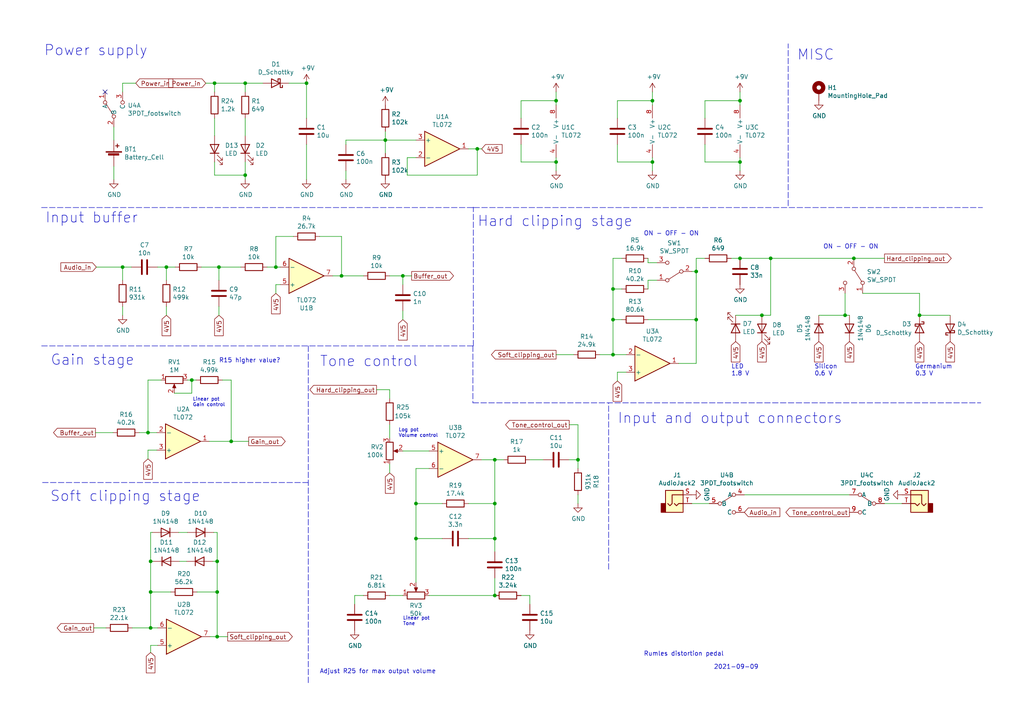
<source format=kicad_sch>
(kicad_sch (version 20211123) (generator eeschema)
  (paper "A4")
  (lib_symbols
    (symbol "Amplifier_Operational:TL072" (pin_names (offset 0.127))
      (property "Reference" "U" (at 0 5.08 0))
      (property "Value" "TL072" (at 0 -5.08 0))
      (symbol "TL072_1_1"
        (polyline (pts (xy -5.08 5.08) (xy 5.08 0) (xy -5.08 -5.08) (xy -5.08 5.08)) (stroke (width 0.254)) (fill (type background)))
        (pin output line (at 7.62 0 180) (length 2.54) (name "~") (number "1"))
        (pin input line (at -7.62 -2.54 0) (length 2.54) (name "-") (number "2"))
        (pin input line (at -7.62 2.54 0) (length 2.54) (name "+") (number "3"))
      )
      (symbol "TL072_2_1"
        (polyline (pts (xy -5.08 5.08) (xy 5.08 0) (xy -5.08 -5.08) (xy -5.08 5.08)) (stroke (width 0.254)) (fill (type background)))
        (pin input line (at -7.62 2.54 0) (length 2.54) (name "+") (number "5"))
        (pin input line (at -7.62 -2.54 0) (length 2.54) (name "-") (number "6"))
        (pin output line (at 7.62 0 180) (length 2.54) (name "~") (number "7"))
      )
      (symbol "TL072_3_1"
        (pin power_in line (at -2.54 -7.62 90) (length 3.81) (name "V-") (number "4"))
        (pin power_in line (at -2.54 7.62 270) (length 3.81) (name "V+") (number "8"))
      )
    )
    (symbol "Connector:AudioJack2"
      (property "Reference" "J" (at 0 8.89 0))
      (property "Value" "AudioJack2" (at 0 6.35 0))
      (symbol "AudioJack2_0_1"
        (rectangle (start -3.81 0) (end -2.54 -2.54) (stroke (width 0.254)) (fill (type outline)))
        (rectangle (start -2.54 3.81) (end 2.54 -2.54) (stroke (width 0.254)) (fill (type background)))
        (polyline (pts (xy 0 0) (xy 0.635 -0.635) (xy 1.27 0) (xy 2.54 0)) (stroke (width 0.254)))
        (polyline (pts (xy 2.54 2.54) (xy -0.635 2.54) (xy -0.635 0) (xy -1.27 -0.635) (xy -1.905 0)) (stroke (width 0.254)))
      )
      (symbol "AudioJack2_1_1"
        (pin passive line (at 5.08 2.54 180) (length 2.54) (name "~") (number "S"))
        (pin passive line (at 5.08 0 180) (length 2.54) (name "~") (number "T"))
      )
    )
    (symbol "Device:Battery_Cell" (pin_numbers hide) (pin_names (offset 0) hide)
      (property "Reference" "BT" (at 2.54 2.54 0))
      (property "Value" "Battery_Cell" (at 2.54 0 0))
      (symbol "Battery_Cell_0_1"
        (rectangle (start -2.286 1.778) (end 2.286 1.524) (fill (type outline)))
        (rectangle (start -1.5748 1.1938) (end 1.4732 0.6858) (fill (type outline)))
        (polyline (pts (xy 0 0.762) (xy 0 0)))
        (polyline (pts (xy 0 1.778) (xy 0 2.54)))
        (polyline (pts (xy 0.508 3.429) (xy 1.524 3.429)) (stroke (width 0.254)))
        (polyline (pts (xy 1.016 3.937) (xy 1.016 2.921)) (stroke (width 0.254)))
      )
      (symbol "Battery_Cell_1_1"
        (pin passive line (at 0 5.08 270) (length 2.54) (name "+") (number "1"))
        (pin passive line (at 0 -2.54 90) (length 2.54) (name "-") (number "2"))
      )
    )
    (symbol "Device:C" (pin_numbers hide) (pin_names (offset 0.254))
      (property "Reference" "C" (at 0.635 2.54 0))
      (property "Value" "C" (at 0.635 -2.54 0))
      (symbol "C_0_1"
        (polyline (pts (xy -2.032 -0.762) (xy 2.032 -0.762)) (stroke (width 0.508)))
        (polyline (pts (xy -2.032 0.762) (xy 2.032 0.762)) (stroke (width 0.508)))
      )
      (symbol "C_1_1"
        (pin passive line (at 0 3.81 270) (length 2.794) (name "~") (number "1"))
        (pin passive line (at 0 -3.81 90) (length 2.794) (name "~") (number "2"))
      )
    )
    (symbol "Device:D_Schottky" (pin_numbers hide) (pin_names (offset 1.016) hide)
      (property "Reference" "D" (at 0 2.54 0))
      (property "Value" "D_Schottky" (at 0 -2.54 0))
      (symbol "D_Schottky_0_1"
        (polyline (pts (xy 1.27 0) (xy -1.27 0)))
        (polyline (pts (xy 1.27 1.27) (xy 1.27 -1.27) (xy -1.27 0) (xy 1.27 1.27)) (stroke (width 0.254)))
        (polyline (pts (xy -1.905 0.635) (xy -1.905 1.27) (xy -1.27 1.27) (xy -1.27 -1.27) (xy -0.635 -1.27) (xy -0.635 -0.635)) (stroke (width 0.254)))
      )
      (symbol "D_Schottky_1_1"
        (pin passive line (at -3.81 0 0) (length 2.54) (name "K") (number "1"))
        (pin passive line (at 3.81 0 180) (length 2.54) (name "A") (number "2"))
      )
    )
    (symbol "Device:LED" (pin_numbers hide) (pin_names (offset 1.016) hide)
      (property "Reference" "D" (at 0 2.54 0))
      (property "Value" "LED" (at 0 -2.54 0))
      (symbol "LED_0_1"
        (polyline (pts (xy -1.27 -1.27) (xy -1.27 1.27)) (stroke (width 0.254)))
        (polyline (pts (xy -1.27 0) (xy 1.27 0)))
        (polyline (pts (xy 1.27 -1.27) (xy 1.27 1.27) (xy -1.27 0) (xy 1.27 -1.27)) (stroke (width 0.254)))
        (polyline (pts (xy -3.048 -0.762) (xy -4.572 -2.286) (xy -3.81 -2.286) (xy -4.572 -2.286) (xy -4.572 -1.524)))
        (polyline (pts (xy -1.778 -0.762) (xy -3.302 -2.286) (xy -2.54 -2.286) (xy -3.302 -2.286) (xy -3.302 -1.524)))
      )
      (symbol "LED_1_1"
        (pin passive line (at -3.81 0 0) (length 2.54) (name "K") (number "1"))
        (pin passive line (at 3.81 0 180) (length 2.54) (name "A") (number "2"))
      )
    )
    (symbol "Device:R" (pin_numbers hide) (pin_names (offset 0))
      (property "Reference" "R" (at 2.032 0 90))
      (property "Value" "R" (at 0 0 90))
      (symbol "R_0_1"
        (rectangle (start -1.016 -2.54) (end 1.016 2.54) (stroke (width 0.254)))
      )
      (symbol "R_1_1"
        (pin passive line (at 0 3.81 270) (length 1.27) (name "~") (number "1"))
        (pin passive line (at 0 -3.81 90) (length 1.27) (name "~") (number "2"))
      )
    )
    (symbol "Diode:1N4148" (pin_numbers hide) (pin_names (offset 1.016) hide)
      (property "Reference" "D" (at 0 2.54 0))
      (property "Value" "1N4148" (at 0 -2.54 0))
      (symbol "1N4148_0_1"
        (polyline (pts (xy -1.27 1.27) (xy -1.27 -1.27)) (stroke (width 0.254)))
        (polyline (pts (xy 1.27 0) (xy -1.27 0)))
        (polyline (pts (xy 1.27 1.27) (xy 1.27 -1.27) (xy -1.27 0) (xy 1.27 1.27)) (stroke (width 0.254)))
      )
      (symbol "1N4148_1_1"
        (pin passive line (at -3.81 0 0) (length 2.54) (name "K") (number "1"))
        (pin passive line (at 3.81 0 180) (length 2.54) (name "A") (number "2"))
      )
    )
    (symbol "Guitarpedal-rescue:3PDT_footswitch-Switch" (pin_names (offset 1.016))
      (property "Reference" "U" (at 0 0 0))
      (property "Value" "3PDT_footswitch-Switch" (at 0 2.54 0))
      (symbol "3PDT_footswitch-Switch_1_1"
        (circle (center -2.032 -6.35) (radius 0.508))
        (polyline (pts (xy -1.524 -6.096) (xy 1.651 -4.064)))
        (circle (center 2.032 -8.89) (radius 0.508))
        (circle (center 2.032 -3.81) (radius 0.508))
        (pin passive line (at 5.08 -3.81 180) (length 2.54) (name "A") (number "1"))
        (pin passive line (at -5.08 -6.35 0) (length 2.54) (name "B") (number "2"))
        (pin passive line (at 5.08 -8.89 180) (length 2.54) (name "C") (number "3"))
      )
      (symbol "3PDT_footswitch-Switch_2_1"
        (circle (center -2.032 -5.08) (radius 0.508))
        (polyline (pts (xy -1.524 -4.826) (xy 1.651 -2.794)))
        (circle (center 2.032 -7.62) (radius 0.508))
        (circle (center 2.032 -2.54) (radius 0.508))
        (pin passive line (at 5.08 -2.54 180) (length 2.54) (name "A") (number "4"))
        (pin passive line (at -5.08 -5.08 0) (length 2.54) (name "B") (number "5"))
        (pin passive line (at 5.08 -7.62 180) (length 2.54) (name "C") (number "6"))
      )
      (symbol "3PDT_footswitch-Switch_3_1"
        (circle (center -2.032 -5.08) (radius 0.508))
        (polyline (pts (xy -1.524 -4.826) (xy 1.651 -2.794)))
        (circle (center 2.032 -7.62) (radius 0.508))
        (circle (center 2.032 -2.54) (radius 0.508))
        (pin passive line (at 5.08 -2.54 180) (length 2.54) (name "A") (number "7"))
        (pin passive line (at -5.08 -5.08 0) (length 2.54) (name "B") (number "8"))
        (pin passive line (at 5.08 -7.62 180) (length 2.54) (name "C") (number "9"))
      )
    )
    (symbol "Guitarpedal-rescue:R_POT-Device" (pin_names (offset 1.016) hide)
      (property "Reference" "RV" (at -4.445 0 90))
      (property "Value" "R_POT-Device" (at -2.54 0 90))
      (symbol "R_POT-Device_0_1"
        (polyline (pts (xy 2.54 0) (xy 1.524 0)))
        (polyline (pts (xy 1.143 0) (xy 2.286 0.508) (xy 2.286 -0.508) (xy 1.143 0)) (fill (type outline)))
        (rectangle (start 1.016 2.54) (end -1.016 -2.54) (stroke (width 0.254)))
      )
      (symbol "R_POT-Device_1_1"
        (pin passive line (at 0 3.81 270) (length 1.27) (name "1") (number "1"))
        (pin passive line (at 3.81 0 180) (length 1.27) (name "2") (number "2"))
        (pin passive line (at 0 -3.81 90) (length 1.27) (name "3") (number "3"))
      )
    )
    (symbol "Mechanical:MountingHole_Pad" (pin_numbers hide) (pin_names (offset 1.016) hide)
      (property "Reference" "H" (at 0 6.35 0))
      (property "Value" "MountingHole_Pad" (at 0 4.445 0))
      (symbol "MountingHole_Pad_0_1"
        (circle (center 0 1.27) (radius 1.27) (stroke (width 1.27)))
      )
      (symbol "MountingHole_Pad_1_1"
        (pin input line (at 0 -2.54 90) (length 2.54) (name "1") (number "1"))
      )
    )
    (symbol "Switch:SW_SPDT" (pin_names (offset 0) hide)
      (property "Reference" "SW" (at 0 4.318 0))
      (property "Value" "SW_SPDT" (at 0 -5.08 0))
      (symbol "SW_SPDT_0_0"
        (circle (center -2.032 0) (radius 0.508))
        (circle (center 2.032 -2.54) (radius 0.508))
      )
      (symbol "SW_SPDT_0_1"
        (polyline (pts (xy -1.524 0.254) (xy 1.651 2.286)))
        (circle (center 2.032 2.54) (radius 0.508))
      )
      (symbol "SW_SPDT_1_1"
        (pin passive line (at 5.08 2.54 180) (length 2.54) (name "A") (number "1"))
        (pin passive line (at -5.08 0 0) (length 2.54) (name "B") (number "2"))
        (pin passive line (at 5.08 -2.54 180) (length 2.54) (name "C") (number "3"))
      )
    )
    (symbol "power:+9V" (power) (pin_names (offset 0))
      (property "Value" "+9V" (at 0 3.556 0))
      (symbol "+9V_0_1"
        (polyline (pts (xy -0.762 1.27) (xy 0 2.54)))
        (polyline (pts (xy 0 0) (xy 0 2.54)))
        (polyline (pts (xy 0 2.54) (xy 0.762 1.27)))
      )
      (symbol "+9V_1_1"
        (pin power_in line (at 0 0 90) (length 0) hide (name "+9V") (number "1"))
      )
    )
    (symbol "power:GND" (power) (pin_names (offset 0))
      (property "Value" "GND" (at 0 -3.81 0))
      (symbol "GND_0_1"
        (polyline (pts (xy 0 0) (xy 0 -1.27) (xy 1.27 -1.27) (xy 0 -2.54) (xy -1.27 -1.27) (xy 0 -1.27)))
      )
      (symbol "GND_1_1"
        (pin power_in line (at 0 0 270) (length 0) hide (name "GND") (number "1"))
      )
    )
  )
  (junction (at 120.65 156.21))
  (junction (at 143.51 172.72))
  (junction (at 247.65 74.93))
  (junction (at 201.93 78.74))
  (junction (at 80.01 77.47))
  (junction (at 62.992 171.704))
  (junction (at 116.84 80.01))
  (junction (at 223.52 74.93))
  (junction (at 143.51 156.21))
  (junction (at 43.688 171.704))
  (junction (at 71.12 24.13))
  (junction (at 143.51 133.35))
  (junction (at 189.23 46.99))
  (junction (at 214.63 46.99))
  (junction (at 67.056 128.016))
  (junction (at 201.93 92.71))
  (junction (at 43.688 162.814))
  (junction (at 120.65 146.05))
  (junction (at 111.76 40.64))
  (junction (at 143.51 146.05))
  (junction (at 43.688 182.118))
  (junction (at 220.98 91.44))
  (junction (at 42.926 125.476))
  (junction (at 177.8 83.82))
  (junction (at 55.626 110.236))
  (junction (at 62.992 184.658))
  (junction (at 88.9 24.13))
  (junction (at 161.29 46.99))
  (junction (at 138.43 43.18))
  (junction (at 245.11 91.44))
  (junction (at 63.5 77.47))
  (junction (at 189.23 29.21))
  (junction (at 35.56 77.47))
  (junction (at 48.26 77.47))
  (junction (at 62.23 24.13))
  (junction (at 177.8 92.71))
  (junction (at 161.29 29.21))
  (junction (at 99.06 80.01))
  (junction (at 167.64 133.35))
  (junction (at 214.63 29.21))
  (junction (at 266.7 91.44))
  (junction (at 71.12 50.8))
  (junction (at 214.63 74.93))
  (junction (at 177.8 102.87))
  (junction (at 62.992 162.814))
  (no_connect (at 30.48 26.67))
  (wire (pts (xy 190.5 76.2) (xy 187.96 76.2)))
  (wire (pts (xy 56.896 110.236) (xy 55.626 110.236)))
  (wire (pts (xy 77.47 77.47) (xy 80.01 77.47)))
  (polyline (pts (xy 12.319 139.954) (xy 89.408 139.954)))
  (wire (pts (xy 201.93 92.71) (xy 201.93 105.41)))
  (wire (pts (xy 113.03 137.16) (xy 113.03 134.62)))
  (wire (pts (xy 143.51 146.05) (xy 143.51 133.35)))
  (wire (pts (xy 59.69 24.13) (xy 62.23 24.13)))
  (wire (pts (xy 100.33 40.64) (xy 111.76 40.64)))
  (wire (pts (xy 128.27 156.21) (xy 120.65 156.21)))
  (wire (pts (xy 118.11 45.72) (xy 118.11 50.8)))
  (wire (pts (xy 99.06 80.01) (xy 99.06 68.58)))
  (polyline (pts (xy 137.16 60.198) (xy 11.938 60.198)))
  (wire (pts (xy 80.01 82.55) (xy 80.01 85.09)))
  (wire (pts (xy 67.056 110.236) (xy 64.516 110.236)))
  (wire (pts (xy 143.51 156.21) (xy 143.51 146.05)))
  (wire (pts (xy 58.42 77.47) (xy 63.5 77.47)))
  (wire (pts (xy 189.23 30.48) (xy 189.23 29.21)))
  (wire (pts (xy 180.34 83.82) (xy 177.8 83.82)))
  (wire (pts (xy 120.65 168.91) (xy 120.65 156.21)))
  (wire (pts (xy 223.52 74.93) (xy 247.65 74.93)))
  (wire (pts (xy 100.33 52.07) (xy 100.33 49.53)))
  (wire (pts (xy 143.51 133.35) (xy 146.05 133.35)))
  (wire (pts (xy 67.056 128.016) (xy 67.056 110.236)))
  (wire (pts (xy 181.61 102.87) (xy 177.8 102.87)))
  (wire (pts (xy 62.992 154.432) (xy 61.976 154.432)))
  (wire (pts (xy 45.72 77.47) (xy 48.26 77.47)))
  (wire (pts (xy 124.46 130.81) (xy 116.84 130.81)))
  (wire (pts (xy 153.67 133.35) (xy 157.48 133.35)))
  (wire (pts (xy 43.688 154.432) (xy 44.196 154.432)))
  (wire (pts (xy 71.12 26.67) (xy 71.12 24.13)))
  (wire (pts (xy 48.26 81.28) (xy 48.26 77.47)))
  (wire (pts (xy 161.29 46.99) (xy 161.29 45.72)))
  (polyline (pts (xy 137.16 100.33) (xy 137.16 116.84)))
  (wire (pts (xy 151.13 29.21) (xy 151.13 34.29)))
  (wire (pts (xy 201.93 78.74) (xy 201.93 92.71)))
  (wire (pts (xy 85.09 68.58) (xy 80.01 68.58)))
  (wire (pts (xy 153.67 172.72) (xy 151.13 172.72)))
  (wire (pts (xy 99.06 80.01) (xy 105.41 80.01)))
  (wire (pts (xy 151.13 46.99) (xy 151.13 41.91)))
  (wire (pts (xy 135.89 146.05) (xy 143.51 146.05)))
  (wire (pts (xy 113.03 127) (xy 113.03 123.19)))
  (wire (pts (xy 88.9 24.13) (xy 83.82 24.13)))
  (wire (pts (xy 80.01 77.47) (xy 81.28 77.47)))
  (wire (pts (xy 42.926 130.556) (xy 45.466 130.556)))
  (wire (pts (xy 43.688 182.118) (xy 43.688 171.704)))
  (wire (pts (xy 45.466 125.476) (xy 42.926 125.476)))
  (wire (pts (xy 245.11 91.44) (xy 246.38 91.44)))
  (wire (pts (xy 42.926 125.476) (xy 40.386 125.476)))
  (wire (pts (xy 43.688 182.118) (xy 38.354 182.118)))
  (wire (pts (xy 111.76 40.64) (xy 120.65 40.64)))
  (wire (pts (xy 214.63 30.48) (xy 214.63 29.21)))
  (wire (pts (xy 52.07 162.814) (xy 54.102 162.814)))
  (wire (pts (xy 247.65 74.93) (xy 256.54 74.93)))
  (wire (pts (xy 35.56 77.47) (xy 38.1 77.47)))
  (wire (pts (xy 62.23 50.8) (xy 62.23 46.99)))
  (wire (pts (xy 167.64 146.05) (xy 167.64 143.51)))
  (wire (pts (xy 33.02 40.64) (xy 33.02 36.83)))
  (wire (pts (xy 113.03 113.03) (xy 113.03 115.57)))
  (wire (pts (xy 88.9 52.07) (xy 88.9 41.91)))
  (wire (pts (xy 35.56 81.28) (xy 35.56 77.47)))
  (wire (pts (xy 55.626 110.236) (xy 54.356 110.236)))
  (wire (pts (xy 124.46 135.89) (xy 120.65 135.89)))
  (wire (pts (xy 63.5 91.44) (xy 63.5 88.9)))
  (wire (pts (xy 143.51 172.72) (xy 124.46 172.72)))
  (wire (pts (xy 99.06 68.58) (xy 92.71 68.58)))
  (wire (pts (xy 177.8 83.82) (xy 177.8 92.71)))
  (wire (pts (xy 189.23 29.21) (xy 189.23 26.67)))
  (wire (pts (xy 102.87 172.72) (xy 105.41 172.72)))
  (wire (pts (xy 143.51 133.35) (xy 139.7 133.35)))
  (wire (pts (xy 51.816 154.432) (xy 54.356 154.432)))
  (wire (pts (xy 266.7 91.44) (xy 266.7 85.09)))
  (wire (pts (xy 66.04 184.658) (xy 62.992 184.658)))
  (wire (pts (xy 116.84 80.01) (xy 113.03 80.01)))
  (wire (pts (xy 214.63 29.21) (xy 204.47 29.21)))
  (wire (pts (xy 189.23 46.99) (xy 179.07 46.99)))
  (wire (pts (xy 62.23 50.8) (xy 71.12 50.8)))
  (wire (pts (xy 237.49 91.44) (xy 245.11 91.44)))
  (wire (pts (xy 139.7 43.18) (xy 138.43 43.18)))
  (wire (pts (xy 42.926 133.096) (xy 42.926 130.556)))
  (wire (pts (xy 43.688 154.432) (xy 43.688 162.814)))
  (wire (pts (xy 167.64 133.35) (xy 167.64 123.19)))
  (wire (pts (xy 213.36 91.44) (xy 220.98 91.44)))
  (polyline (pts (xy 176.53 165.1) (xy 176.53 116.84)))
  (wire (pts (xy 120.65 45.72) (xy 118.11 45.72)))
  (wire (pts (xy 46.736 110.236) (xy 42.926 110.236)))
  (wire (pts (xy 32.766 125.476) (xy 27.686 125.476)))
  (wire (pts (xy 63.5 77.47) (xy 69.85 77.47)))
  (wire (pts (xy 220.98 91.44) (xy 223.52 91.44)))
  (wire (pts (xy 39.37 24.13) (xy 35.56 24.13)))
  (polyline (pts (xy 89.408 100.33) (xy 89.408 198.12)))
  (wire (pts (xy 48.26 91.44) (xy 48.26 88.9)))
  (wire (pts (xy 214.63 74.93) (xy 223.52 74.93)))
  (wire (pts (xy 246.38 143.51) (xy 215.9 143.51)))
  (polyline (pts (xy 228.6 59.69) (xy 228.6 12.7)))
  (wire (pts (xy 161.29 46.99) (xy 151.13 46.99)))
  (wire (pts (xy 177.8 102.87) (xy 173.99 102.87)))
  (wire (pts (xy 135.89 43.18) (xy 138.43 43.18)))
  (wire (pts (xy 187.96 92.71) (xy 201.93 92.71)))
  (wire (pts (xy 111.76 38.1) (xy 111.76 40.64)))
  (wire (pts (xy 187.96 81.28) (xy 187.96 83.82)))
  (wire (pts (xy 204.47 46.99) (xy 204.47 41.91)))
  (wire (pts (xy 62.992 171.704) (xy 62.992 184.658)))
  (wire (pts (xy 167.64 123.19) (xy 165.1 123.19)))
  (wire (pts (xy 245.11 91.44) (xy 245.11 85.09)))
  (wire (pts (xy 60.706 128.016) (xy 67.056 128.016)))
  (wire (pts (xy 43.688 187.198) (xy 45.72 187.198)))
  (wire (pts (xy 177.8 92.71) (xy 177.8 102.87)))
  (wire (pts (xy 62.23 26.67) (xy 62.23 24.13)))
  (wire (pts (xy 43.688 182.118) (xy 45.72 182.118)))
  (wire (pts (xy 143.51 167.64) (xy 143.51 172.72)))
  (wire (pts (xy 100.33 40.64) (xy 100.33 41.91)))
  (wire (pts (xy 43.688 162.814) (xy 43.688 171.704)))
  (wire (pts (xy 205.74 146.05) (xy 200.66 146.05)))
  (wire (pts (xy 120.65 146.05) (xy 128.27 146.05)))
  (wire (pts (xy 96.52 80.01) (xy 99.06 80.01)))
  (wire (pts (xy 71.12 52.07) (xy 71.12 50.8)))
  (wire (pts (xy 71.12 50.8) (xy 71.12 46.99)))
  (wire (pts (xy 166.37 102.87) (xy 161.29 102.87)))
  (wire (pts (xy 189.23 49.53) (xy 189.23 46.99)))
  (wire (pts (xy 35.56 88.9) (xy 35.56 91.44)))
  (wire (pts (xy 143.51 160.02) (xy 143.51 156.21)))
  (wire (pts (xy 201.93 105.41) (xy 196.85 105.41)))
  (wire (pts (xy 161.29 29.21) (xy 151.13 29.21)))
  (wire (pts (xy 214.63 46.99) (xy 204.47 46.99)))
  (wire (pts (xy 161.29 49.53) (xy 161.29 46.99)))
  (wire (pts (xy 71.12 34.29) (xy 71.12 39.37)))
  (wire (pts (xy 179.07 107.95) (xy 181.61 107.95)))
  (wire (pts (xy 62.992 184.658) (xy 60.96 184.658)))
  (wire (pts (xy 62.23 24.13) (xy 71.12 24.13)))
  (wire (pts (xy 30.734 182.118) (xy 27.178 182.118)))
  (wire (pts (xy 119.38 80.01) (xy 116.84 80.01)))
  (polyline (pts (xy 137.287 100.33) (xy 137.287 60.071)))
  (wire (pts (xy 201.93 74.93) (xy 204.47 74.93)))
  (wire (pts (xy 153.67 175.26) (xy 153.67 172.72)))
  (wire (pts (xy 62.23 34.29) (xy 62.23 39.37)))
  (wire (pts (xy 161.29 29.21) (xy 161.29 26.67)))
  (wire (pts (xy 35.56 24.13) (xy 35.56 26.67)))
  (wire (pts (xy 111.76 44.45) (xy 111.76 40.64)))
  (wire (pts (xy 190.5 81.28) (xy 187.96 81.28)))
  (polyline (pts (xy 137.16 116.84) (xy 284.48 116.84)))
  (wire (pts (xy 214.63 46.99) (xy 214.63 45.72)))
  (wire (pts (xy 33.02 48.26) (xy 33.02 52.07)))
  (wire (pts (xy 212.09 74.93) (xy 214.63 74.93)))
  (wire (pts (xy 43.688 171.704) (xy 49.53 171.704)))
  (wire (pts (xy 200.66 78.74) (xy 201.93 78.74)))
  (wire (pts (xy 57.15 171.704) (xy 62.992 171.704)))
  (wire (pts (xy 63.5 81.28) (xy 63.5 77.47)))
  (wire (pts (xy 223.52 91.44) (xy 223.52 74.93)))
  (polyline (pts (xy 12.065 100.33) (xy 137.287 100.33)))
  (wire (pts (xy 116.84 82.55) (xy 116.84 80.01)))
  (wire (pts (xy 72.136 128.016) (xy 67.056 128.016)))
  (wire (pts (xy 179.07 110.49) (xy 179.07 107.95)))
  (wire (pts (xy 179.07 46.99) (xy 179.07 41.91)))
  (wire (pts (xy 44.45 162.814) (xy 43.688 162.814)))
  (polyline (pts (xy 137.414 60.198) (xy 284.988 60.198)))
  (wire (pts (xy 204.47 29.21) (xy 204.47 34.29)))
  (wire (pts (xy 116.84 92.71) (xy 116.84 90.17)))
  (wire (pts (xy 256.54 146.05) (xy 261.62 146.05)))
  (wire (pts (xy 189.23 46.99) (xy 189.23 45.72)))
  (wire (pts (xy 177.8 74.93) (xy 177.8 83.82)))
  (wire (pts (xy 113.03 172.72) (xy 116.84 172.72)))
  (wire (pts (xy 161.29 30.48) (xy 161.29 29.21)))
  (wire (pts (xy 50.546 114.046) (xy 55.626 114.046)))
  (wire (pts (xy 48.26 77.47) (xy 50.8 77.47)))
  (wire (pts (xy 55.626 114.046) (xy 55.626 110.236)))
  (wire (pts (xy 167.64 135.89) (xy 167.64 133.35)))
  (wire (pts (xy 102.87 175.26) (xy 102.87 172.72)))
  (wire (pts (xy 42.926 110.236) (xy 42.926 125.476)))
  (wire (pts (xy 165.1 133.35) (xy 167.64 133.35)))
  (wire (pts (xy 76.2 24.13) (xy 71.12 24.13)))
  (wire (pts (xy 88.9 24.13) (xy 88.9 34.29)))
  (wire (pts (xy 135.89 156.21) (xy 143.51 156.21)))
  (wire (pts (xy 214.63 49.53) (xy 214.63 46.99)))
  (wire (pts (xy 179.07 29.21) (xy 179.07 34.29)))
  (wire (pts (xy 266.7 85.09) (xy 250.19 85.09)))
  (wire (pts (xy 109.22 113.03) (xy 113.03 113.03)))
  (wire (pts (xy 201.93 74.93) (xy 201.93 78.74)))
  (wire (pts (xy 266.7 91.44) (xy 275.59 91.44)))
  (wire (pts (xy 118.11 50.8) (xy 138.43 50.8)))
  (wire (pts (xy 180.34 74.93) (xy 177.8 74.93)))
  (wire (pts (xy 187.96 76.2) (xy 187.96 74.93)))
  (wire (pts (xy 62.992 171.704) (xy 62.992 162.814)))
  (wire (pts (xy 138.43 43.18) (xy 138.43 50.8)))
  (wire (pts (xy 43.688 189.23) (xy 43.688 187.198)))
  (wire (pts (xy 27.94 77.47) (xy 35.56 77.47)))
  (wire (pts (xy 214.63 29.21) (xy 214.63 26.67)))
  (wire (pts (xy 120.65 156.21) (xy 120.65 146.05)))
  (wire (pts (xy 81.28 82.55) (xy 80.01 82.55)))
  (wire (pts (xy 62.992 162.814) (xy 62.992 154.432)))
  (wire (pts (xy 189.23 29.21) (xy 179.07 29.21)))
  (wire (pts (xy 80.01 68.58) (xy 80.01 77.47)))
  (wire (pts (xy 180.34 92.71) (xy 177.8 92.71)))
  (wire (pts (xy 120.65 135.89) (xy 120.65 146.05)))
  (wire (pts (xy 61.722 162.814) (xy 62.992 162.814)))
  (text "MISC" (at 231.14 17.78 0) (effects (font (size 2.9972 2.9972)) (justify left bottom)))
  (text "Input buffer" (at 13.081 65.024 0) (effects (font (size 2.9972 2.9972)) (justify left bottom)))
  (text "Log pot\nVolume control" (at 115.57 127 0) (effects (font (size 0.9906 0.9906)) (justify left bottom)))
  (text "LED\n1.8 V" (at 212.09 109.22 0) (effects (font (size 1.27 1.27)) (justify left bottom)))
  (text "Rumles distortion pedal\n" (at 186.69 190.5 0) (effects (font (size 1.27 1.27)) (justify left bottom)))
  (text "Adjust R25 for max output volume" (at 92.71 195.58 0) (effects (font (size 1.27 1.27)) (justify left bottom)))
  (text "ON - OFF - ON" (at 238.76 72.39 0) (effects (font (size 1.27 1.27)) (justify left bottom)))
  (text "Linear pot\nGain control" (at 55.88 118.11 0) (effects (font (size 0.9906 0.9906)) (justify left bottom)))
  (text "ON - OFF - ON" (at 186.69 68.58 0) (effects (font (size 1.27 1.27)) (justify left bottom)))
  (text "R15 higher value?" (at 63.5 105.41 0) (effects (font (size 1.27 1.27)) (justify left bottom)))
  (text "Linear pot\nTone" (at 116.84 181.61 0) (effects (font (size 0.9906 0.9906)) (justify left bottom)))
  (text "Germanium\n0.3 V" (at 265.43 109.22 0) (effects (font (size 1.27 1.27)) (justify left bottom)))
  (text "Soft clipping stage\n" (at 14.478 145.796 0) (effects (font (size 2.9972 2.9972)) (justify left bottom)))
  (text "Gain stage" (at 14.605 106.299 0) (effects (font (size 2.9972 2.9972)) (justify left bottom)))
  (text "Input and output connectors" (at 179.07 123.19 0) (effects (font (size 2.9972 2.9972)) (justify left bottom)))
  (text "Tone control" (at 92.71 106.68 0) (effects (font (size 2.9972 2.9972)) (justify left bottom)))
  (text "Power supply" (at 12.7 16.51 0) (effects (font (size 2.9972 2.9972)) (justify left bottom)))
  (text "2021-09-09" (at 207.01 194.31 0) (effects (font (size 1.27 1.27)) (justify left bottom)))
  (text "Hard clipping stage" (at 138.43 66.04 0) (effects (font (size 2.9972 2.9972)) (justify left bottom)))
  (text "Silicon\n0.6 V" (at 236.22 109.22 0) (effects (font (size 1.27 1.27)) (justify left bottom)))
  (global_label "4V5" (shape input) (at 220.98 99.06 270) (property "Intersheet References" "${INTERSHEET_REFS}" (effects hide)))
  (global_label "4V5" (shape input) (at 42.926 133.096 270) (property "Intersheet References" "${INTERSHEET_REFS}" (effects hide)))
  (global_label "Gain_out" (shape output) (at 27.178 182.118 180) (property "Intersheet References" "${INTERSHEET_REFS}" (effects hide)))
  (global_label "4V5" (shape input) (at 179.07 110.49 270) (property "Intersheet References" "${INTERSHEET_REFS}" (effects hide)))
  (global_label "4V5" (shape input) (at 80.01 85.09 270) (property "Intersheet References" "${INTERSHEET_REFS}" (effects hide)))
  (global_label "Tone_control_out" (shape output) (at 165.1 123.19 180) (property "Intersheet References" "${INTERSHEET_REFS}" (effects hide)))
  (global_label "Audio_in" (shape input) (at 215.9 148.59 0) (property "Intersheet References" "${INTERSHEET_REFS}" (effects hide)))
  (global_label "Soft_clipping_out" (shape output) (at 66.04 184.658 0) (property "Intersheet References" "${INTERSHEET_REFS}" (effects hide)))
  (global_label "Gain_out" (shape output) (at 72.136 128.016 0) (property "Intersheet References" "${INTERSHEET_REFS}" (effects hide)))
  (global_label "Audio_in" (shape input) (at 27.94 77.47 180) (property "Intersheet References" "${INTERSHEET_REFS}" (effects hide)))
  (global_label "Buffer_out" (shape output) (at 119.38 80.01 0) (property "Intersheet References" "${INTERSHEET_REFS}" (effects hide)))
  (global_label "4V5" (shape input) (at 266.7 99.06 270) (property "Intersheet References" "${INTERSHEET_REFS}" (effects hide)))
  (global_label "4V5" (shape input) (at 43.688 189.23 270) (property "Intersheet References" "${INTERSHEET_REFS}" (effects hide)))
  (global_label "Hard_clipping_out" (shape output) (at 109.22 113.03 180) (property "Intersheet References" "${INTERSHEET_REFS}" (effects hide)))
  (global_label "4V5" (shape input) (at 139.7 43.18 0) (property "Intersheet References" "${INTERSHEET_REFS}" (effects hide)))
  (global_label "4V5" (shape input) (at 113.03 137.16 270) (property "Intersheet References" "${INTERSHEET_REFS}" (effects hide)))
  (global_label "Buffer_out" (shape output) (at 27.686 125.476 180) (property "Intersheet References" "${INTERSHEET_REFS}" (effects hide)))
  (global_label "4V5" (shape input) (at 48.26 91.44 270) (property "Intersheet References" "${INTERSHEET_REFS}" (effects hide)))
  (global_label "4V5" (shape input) (at 116.84 92.71 270) (property "Intersheet References" "${INTERSHEET_REFS}" (effects hide)))
  (global_label "Power_in" (shape input) (at 59.69 24.13 180) (property "Intersheet References" "${INTERSHEET_REFS}" (effects hide)))
  (global_label "Power_in" (shape input) (at 39.37 24.13 0) (property "Intersheet References" "${INTERSHEET_REFS}" (effects hide)))
  (global_label "4V5" (shape input) (at 237.49 99.06 270) (property "Intersheet References" "${INTERSHEET_REFS}" (effects hide)))
  (global_label "Tone_control_out" (shape output) (at 246.38 148.59 180) (property "Intersheet References" "${INTERSHEET_REFS}" (effects hide)))
  (global_label "Soft_clipping_out" (shape output) (at 161.29 102.87 180) (property "Intersheet References" "${INTERSHEET_REFS}" (effects hide)))
  (global_label "Hard_clipping_out" (shape output) (at 256.54 74.93 0) (property "Intersheet References" "${INTERSHEET_REFS}" (effects hide)))
  (global_label "4V5" (shape input) (at 213.36 99.06 270) (property "Intersheet References" "${INTERSHEET_REFS}" (effects hide)))
  (global_label "4V5" (shape input) (at 63.5 91.44 270) (property "Intersheet References" "${INTERSHEET_REFS}" (effects hide)))
  (global_label "4V5" (shape input) (at 246.38 99.06 270) (property "Intersheet References" "${INTERSHEET_REFS}" (effects hide)))
  (global_label "4V5" (shape input) (at 275.59 99.06 270) (property "Intersheet References" "${INTERSHEET_REFS}" (effects hide)))
  (symbol (lib_id "Amplifier_Operational:TL072") (at 88.9 80.01 0) (mirror x) (unit 2)
    (property "Reference" "U1" (at 88.9 89.3318 0))
    (property "Value" "TL072" (at 88.9 87.0204 0))
    (property "Footprint" "Package_SO:SOIC-8_3.9x4.9mm_P1.27mm" (effects hide))
    (property "Datasheet" "http://www.ti.com/lit/ds/symlink/tl071.pdf" (effects hide))
  )
  (symbol (lib_id "Device:C") (at 41.91 77.47 270) (unit 1)
    (property "Reference" "C7" (at 41.91 71.0692 90))
    (property "Value" "10n" (at 41.91 73.3806 90))
    (property "Footprint" "Capacitor_SMD:C_0805_2012Metric" (effects hide))
  )
  (symbol (lib_id "Device:R") (at 48.26 85.09 0) (unit 1)
    (property "Reference" "R12" (at 50.038 83.9216 0) (effects (justify left)))
    (property "Value" "499k" (at 50.038 86.233 0) (effects (justify left)))
    (property "Footprint" "Resistor_SMD:R_0805_2012Metric" (effects hide))
  )
  (symbol (lib_id "Device:R") (at 54.61 77.47 90) (unit 1)
    (property "Reference" "R7" (at 54.61 72.2122 90))
    (property "Value" "10k" (at 54.61 74.5236 90))
    (property "Footprint" "Resistor_SMD:R_0805_2012Metric" (effects hide))
  )
  (symbol (lib_id "Device:Battery_Cell") (at 33.02 45.72 0) (unit 1)
    (property "Reference" "BT1" (at 36.0172 43.2816 0) (effects (justify left)))
    (property "Value" "Battery_Cell" (at 36.0172 45.593 0) (effects (justify left)))
    (property "Footprint" "Battery:9V_Battery_Holder_1294" (effects hide))
  )
  (symbol (lib_id "power:GND") (at 33.02 52.07 0) (unit 1)
    (property "Reference" "#PWR020" (effects hide))
    (property "Value" "GND" (at 33.147 56.4642 0))
  )
  (symbol (lib_id "Device:R") (at 35.56 85.09 0) (unit 1)
    (property "Reference" "R11" (at 37.338 83.9216 0) (effects (justify left)))
    (property "Value" "931k" (at 37.338 86.233 0) (effects (justify left)))
    (property "Footprint" "Resistor_SMD:R_0805_2012Metric" (effects hide))
  )
  (symbol (lib_id "power:GND") (at 35.56 91.44 0) (unit 1)
    (property "Reference" "#PWR016" (effects hide))
    (property "Value" "GND" (at 35.687 95.8342 0))
  )
  (symbol (lib_id "Amplifier_Operational:TL072") (at 53.086 128.016 0) (mirror x) (unit 1)
    (property "Reference" "U2" (at 53.086 118.6942 0))
    (property "Value" "TL072" (at 53.086 121.0056 0))
    (property "Footprint" "Package_SO:SOIC-8_3.9x4.9mm_P1.27mm" (effects hide))
    (property "Datasheet" "http://www.ti.com/lit/ds/symlink/tl071.pdf" (effects hide))
  )
  (symbol (lib_id "Device:R") (at 109.22 80.01 90) (unit 1)
    (property "Reference" "R9" (at 109.22 74.7522 90))
    (property "Value" "10k" (at 109.22 77.0636 90))
    (property "Footprint" "Resistor_SMD:R_0805_2012Metric" (effects hide))
  )
  (symbol (lib_id "Device:C") (at 116.84 86.36 180) (unit 1)
    (property "Reference" "C10" (at 119.761 85.1916 0) (effects (justify right)))
    (property "Value" "1n" (at 119.761 87.503 0) (effects (justify right)))
    (property "Footprint" "Capacitor_SMD:C_0805_2012Metric" (effects hide))
  )
  (symbol (lib_id "Device:R") (at 36.576 125.476 90) (unit 1)
    (property "Reference" "R16" (at 36.576 120.2182 90))
    (property "Value" "40.2k" (at 36.576 122.5296 90))
    (property "Footprint" "Resistor_SMD:R_0805_2012Metric" (effects hide))
  )
  (symbol (lib_id "Guitarpedal-rescue:R_POT-Device") (at 50.546 110.236 90) (mirror x) (unit 1)
    (property "Reference" "RV1" (at 50.546 104.9782 90))
    (property "Value" "1M" (at 50.546 107.2896 90))
    (property "Footprint" "Potentiometer_THT:Potentiometer_Alpha_RD901F-40-00D_Single_Vertical_CircularHoles" (effects hide))
  )
  (symbol (lib_id "Device:R") (at 73.66 77.47 90) (unit 1)
    (property "Reference" "R8" (at 73.66 72.2122 90))
    (property "Value" "10k" (at 73.66 74.5236 90))
    (property "Footprint" "Resistor_SMD:R_0805_2012Metric" (effects hide))
  )
  (symbol (lib_id "Device:R") (at 60.706 110.236 90) (unit 1)
    (property "Reference" "R15" (at 60.706 104.9782 90))
    (property "Value" "4.99k" (at 60.706 107.2896 90))
    (property "Footprint" "Resistor_SMD:R_0805_2012Metric" (effects hide))
  )
  (symbol (lib_id "Connector:AudioJack2") (at 195.58 146.05 0) (unit 1)
    (property "Reference" "J1" (at 196.3928 137.795 0))
    (property "Value" "AudioJack2" (at 196.3928 140.1064 0))
    (property "Footprint" "Connector_Audio:ACJM-IH" (effects hide))
  )
  (symbol (lib_id "Connector:AudioJack2") (at 266.7 146.05 0) (mirror y) (unit 1)
    (property "Reference" "J2" (at 265.8872 137.795 0))
    (property "Value" "AudioJack2" (at 265.8872 140.1064 0))
    (property "Footprint" "Connector_Audio:ACJM-IH" (effects hide))
  )
  (symbol (lib_id "power:GND") (at 200.66 143.51 90) (unit 1)
    (property "Reference" "#PWR018" (effects hide))
    (property "Value" "GND" (at 205.0542 143.383 0))
  )
  (symbol (lib_id "power:GND") (at 261.62 143.51 270) (mirror x) (unit 1)
    (property "Reference" "#PWR019" (effects hide))
    (property "Value" "GND" (at 257.2258 143.383 0))
  )
  (symbol (lib_id "Device:LED") (at 71.12 43.18 90) (unit 1)
    (property "Reference" "D2" (at 74.1172 42.1894 90) (effects (justify right)))
    (property "Value" "LED" (at 74.1172 44.5008 90) (effects (justify right)))
    (property "Footprint" "LED_SMD:LED_0805_2012Metric" (effects hide))
  )
  (symbol (lib_id "Device:R") (at 71.12 30.48 0) (unit 1)
    (property "Reference" "R1" (at 72.898 29.3116 0) (effects (justify left)))
    (property "Value" "649" (at 72.898 31.623 0) (effects (justify left)))
    (property "Footprint" "Resistor_SMD:R_0805_2012Metric" (effects hide))
  )
  (symbol (lib_id "power:GND") (at 71.12 52.07 0) (unit 1)
    (property "Reference" "#PWR011" (effects hide))
    (property "Value" "GND" (at 71.247 56.4642 0))
  )
  (symbol (lib_id "Amplifier_Operational:TL072") (at 53.34 184.658 0) (mirror x) (unit 2)
    (property "Reference" "U2" (at 53.34 175.3362 0))
    (property "Value" "TL072" (at 53.34 177.6476 0))
    (property "Footprint" "Package_SO:SOIC-8_3.9x4.9mm_P1.27mm" (effects hide))
    (property "Datasheet" "http://www.ti.com/lit/ds/symlink/tl071.pdf" (effects hide))
  )
  (symbol (lib_id "Device:R") (at 34.544 182.118 90) (unit 1)
    (property "Reference" "R23" (at 34.544 176.8602 90))
    (property "Value" "22.1k" (at 34.544 179.1716 90))
    (property "Footprint" "Resistor_SMD:R_0805_2012Metric" (effects hide))
  )
  (symbol (lib_id "Device:R") (at 208.28 74.93 90) (unit 1)
    (property "Reference" "R6" (at 208.28 69.6722 90))
    (property "Value" "649" (at 208.28 71.9836 90))
    (property "Footprint" "Resistor_SMD:R_0805_2012Metric" (effects hide))
  )
  (symbol (lib_id "Device:C") (at 214.63 78.74 180) (unit 1)
    (property "Reference" "C8" (at 217.551 77.5716 0) (effects (justify right)))
    (property "Value" "33n" (at 217.551 79.883 0) (effects (justify right)))
    (property "Footprint" "Capacitor_SMD:C_0805_2012Metric" (effects hide))
  )
  (symbol (lib_id "Device:R") (at 53.34 171.704 90) (unit 1)
    (property "Reference" "R20" (at 53.34 166.4462 90))
    (property "Value" "56.2k" (at 53.34 168.7576 90))
    (property "Footprint" "Resistor_SMD:R_0805_2012Metric" (effects hide))
  )
  (symbol (lib_id "power:GND") (at 214.63 82.55 0) (unit 1)
    (property "Reference" "#PWR015" (effects hide))
    (property "Value" "GND" (at 214.757 86.9442 0))
  )
  (symbol (lib_id "Device:D_Schottky") (at 80.01 24.13 180) (unit 1)
    (property "Reference" "D1" (at 80.01 18.6182 0))
    (property "Value" "D_Schottky" (at 80.01 20.9296 0))
    (property "Footprint" "Diode_THT:D_DO-35_SOD27_P7.62mm_Horizontal" (effects hide))
  )
  (symbol (lib_id "power:+9V") (at 88.9 24.13 0) (unit 1)
    (property "Reference" "#PWR01" (effects hide))
    (property "Value" "+9V" (at 89.281 19.7358 0))
  )
  (symbol (lib_id "Diode:1N4148") (at 48.26 162.814 0) (unit 1)
    (property "Reference" "D11" (at 48.26 157.3022 0))
    (property "Value" "1N4148" (at 48.26 159.6136 0))
    (property "Footprint" "Diode_THT:D_DO-35_SOD27_P7.62mm_Horizontal" (effects hide))
    (property "Datasheet" "https://assets.nexperia.com/documents/data-sheet/1N4148_1N4448.pdf" (effects hide))
  )
  (symbol (lib_id "Diode:1N4148") (at 57.912 162.814 0) (unit 1)
    (property "Reference" "D12" (at 57.912 157.3022 0))
    (property "Value" "1N4148" (at 57.912 159.6136 0))
    (property "Footprint" "Diode_THT:D_DO-35_SOD27_P7.62mm_Horizontal" (effects hide))
    (property "Datasheet" "https://assets.nexperia.com/documents/data-sheet/1N4148_1N4448.pdf" (effects hide))
  )
  (symbol (lib_id "Diode:1N4148") (at 48.006 154.432 180) (unit 1)
    (property "Reference" "D9" (at 48.006 148.9202 0))
    (property "Value" "1N4148" (at 48.006 151.2316 0))
    (property "Footprint" "Diode_THT:D_DO-35_SOD27_P7.62mm_Horizontal" (effects hide))
    (property "Datasheet" "https://assets.nexperia.com/documents/data-sheet/1N4148_1N4448.pdf" (effects hide))
  )
  (symbol (lib_id "Diode:1N4148") (at 58.166 154.432 180) (unit 1)
    (property "Reference" "D10" (at 58.166 148.9202 0))
    (property "Value" "1N4148" (at 58.166 151.2316 0))
    (property "Footprint" "Diode_THT:D_DO-35_SOD27_P7.62mm_Horizontal" (effects hide))
    (property "Datasheet" "https://assets.nexperia.com/documents/data-sheet/1N4148_1N4448.pdf" (effects hide))
  )
  (symbol (lib_id "Device:C") (at 88.9 38.1 180) (unit 1)
    (property "Reference" "C1" (at 91.821 36.9316 0) (effects (justify right)))
    (property "Value" "10u" (at 91.821 39.243 0) (effects (justify right)))
    (property "Footprint" "Capacitor_SMD:C_0805_2012Metric" (effects hide))
  )
  (symbol (lib_id "power:GND") (at 88.9 52.07 0) (unit 1)
    (property "Reference" "#PWR012" (effects hide))
    (property "Value" "GND" (at 89.027 56.4642 0))
  )
  (symbol (lib_id "Device:C") (at 63.5 85.09 180) (unit 1)
    (property "Reference" "C9" (at 66.421 83.9216 0) (effects (justify right)))
    (property "Value" "47p" (at 66.421 86.233 0) (effects (justify right)))
    (property "Footprint" "Capacitor_SMD:C_0805_2012Metric" (effects hide))
  )
  (symbol (lib_id "Device:R") (at 88.9 68.58 90) (unit 1)
    (property "Reference" "R4" (at 88.9 63.3222 90))
    (property "Value" "26.7k" (at 88.9 65.6336 90))
    (property "Footprint" "Resistor_SMD:R_0805_2012Metric" (effects hide))
  )
  (symbol (lib_id "Amplifier_Operational:TL072") (at 189.23 105.41 0) (mirror x) (unit 1)
    (property "Reference" "U3" (at 189.23 96.0882 0))
    (property "Value" "TL072" (at 189.23 98.3996 0))
    (property "Footprint" "Package_SO:SOIC-8_3.9x4.9mm_P1.27mm" (effects hide))
    (property "Datasheet" "http://www.ti.com/lit/ds/symlink/tl071.pdf" (effects hide))
  )
  (symbol (lib_id "Device:R") (at 170.18 102.87 90) (unit 1)
    (property "Reference" "R14" (at 170.18 97.6122 90))
    (property "Value" "24.9k" (at 170.18 99.9236 90))
    (property "Footprint" "Resistor_SMD:R_0805_2012Metric" (effects hide))
  )
  (symbol (lib_id "Diode:1N4148") (at 246.38 95.25 90) (unit 1)
    (property "Reference" "D6" (at 251.8918 95.25 0))
    (property "Value" "1N4148" (at 249.5804 95.25 0))
    (property "Footprint" "Diode_THT:D_DO-35_SOD27_P7.62mm_Horizontal" (effects hide))
    (property "Datasheet" "https://assets.nexperia.com/documents/data-sheet/1N4148_1N4448.pdf" (effects hide))
  )
  (symbol (lib_id "Diode:1N4148") (at 237.49 95.25 270) (unit 1)
    (property "Reference" "D5" (at 231.9782 95.25 0))
    (property "Value" "1N4148" (at 234.2896 95.25 0))
    (property "Footprint" "Diode_THT:D_DO-35_SOD27_P7.62mm_Horizontal" (effects hide))
    (property "Datasheet" "https://assets.nexperia.com/documents/data-sheet/1N4148_1N4448.pdf" (effects hide))
  )
  (symbol (lib_id "Device:LED") (at 62.23 43.18 90) (unit 1)
    (property "Reference" "D13" (at 65.2272 42.1894 90) (effects (justify right)))
    (property "Value" "LED" (at 65.2272 44.5008 90) (effects (justify right)))
    (property "Footprint" "LED_THT:LED_D5.0mm" (effects hide))
  )
  (symbol (lib_id "Device:R") (at 184.15 92.71 90) (unit 1)
    (property "Reference" "R13" (at 184.15 87.4522 90))
    (property "Value" "80.6k" (at 184.15 89.7636 90))
    (property "Footprint" "Resistor_SMD:R_0805_2012Metric" (effects hide))
  )
  (symbol (lib_id "Device:R") (at 184.15 83.82 90) (unit 1)
    (property "Reference" "R10" (at 184.15 78.5622 90))
    (property "Value" "40.2k" (at 184.15 80.8736 90))
    (property "Footprint" "Resistor_SMD:R_0805_2012Metric" (effects hide))
  )
  (symbol (lib_id "Device:R") (at 184.15 74.93 90) (unit 1)
    (property "Reference" "R5" (at 184.15 69.6722 90))
    (property "Value" "16.9k" (at 184.15 71.9836 90))
    (property "Footprint" "Resistor_SMD:R_0805_2012Metric" (effects hide))
  )
  (symbol (lib_id "Device:R") (at 149.86 133.35 90) (unit 1)
    (property "Reference" "R17" (at 149.86 128.0922 90))
    (property "Value" "1k" (at 149.86 130.4036 90))
    (property "Footprint" "Resistor_SMD:R_0805_2012Metric" (effects hide))
  )
  (symbol (lib_id "Device:C") (at 161.29 133.35 270) (unit 1)
    (property "Reference" "C11" (at 161.29 126.9492 90))
    (property "Value" "10u" (at 161.29 129.2606 90))
    (property "Footprint" "Capacitor_SMD:C_0805_2012Metric" (effects hide))
  )
  (symbol (lib_id "Amplifier_Operational:TL072") (at 128.27 43.18 0) (unit 1)
    (property "Reference" "U1" (at 128.27 33.8582 0))
    (property "Value" "TL072" (at 128.27 36.1696 0))
    (property "Footprint" "Package_SO:SOIC-8_3.9x4.9mm_P1.27mm" (effects hide))
    (property "Datasheet" "http://www.ti.com/lit/ds/symlink/tl071.pdf" (effects hide))
  )
  (symbol (lib_id "power:+9V") (at 111.76 30.48 0) (unit 1)
    (property "Reference" "#PWR06" (effects hide))
    (property "Value" "+9V" (at 112.141 26.0858 0))
  )
  (symbol (lib_id "Device:C") (at 100.33 45.72 180) (unit 1)
    (property "Reference" "C6" (at 103.251 44.5516 0) (effects (justify right)))
    (property "Value" "100n" (at 103.251 46.863 0) (effects (justify right)))
    (property "Footprint" "Capacitor_SMD:C_0805_2012Metric" (effects hide))
  )
  (symbol (lib_id "power:GND") (at 100.33 52.07 0) (unit 1)
    (property "Reference" "#PWR013" (effects hide))
    (property "Value" "GND" (at 100.457 56.4642 0))
  )
  (symbol (lib_id "Device:LED") (at 213.36 95.25 270) (unit 1)
    (property "Reference" "D7" (at 215.392 93.9038 90) (effects (justify left)))
    (property "Value" "LED" (at 215.392 96.2152 90) (effects (justify left)))
    (property "Footprint" "LED_THT:LED_D5.0mm" (effects hide))
  )
  (symbol (lib_id "Device:R") (at 111.76 34.29 0) (unit 1)
    (property "Reference" "R2" (at 113.538 33.1216 0) (effects (justify left)))
    (property "Value" "102k" (at 113.538 35.433 0) (effects (justify left)))
    (property "Footprint" "Resistor_SMD:R_0805_2012Metric" (effects hide))
  )
  (symbol (lib_id "Device:LED") (at 220.98 95.25 90) (unit 1)
    (property "Reference" "D8" (at 223.9772 94.2594 90) (effects (justify right)))
    (property "Value" "LED" (at 223.9772 96.5708 90) (effects (justify right)))
    (property "Footprint" "LED_THT:LED_D5.0mm" (effects hide))
  )
  (symbol (lib_id "Device:R") (at 167.64 139.7 0) (unit 1)
    (property "Reference" "R18" (at 172.8978 139.7 90))
    (property "Value" "931k" (at 170.5864 139.7 90))
    (property "Footprint" "Resistor_SMD:R_0805_2012Metric" (effects hide))
  )
  (symbol (lib_id "power:GND") (at 167.64 146.05 0) (unit 1)
    (property "Reference" "#PWR017" (effects hide))
    (property "Value" "GND" (at 167.767 150.4442 0))
  )
  (symbol (lib_id "Guitarpedal-rescue:3PDT_footswitch-Switch") (at 26.67 31.75 90) (unit 1)
    (property "Reference" "U4" (at 37.0332 30.5816 90) (effects (justify right)))
    (property "Value" "3PDT_footswitch" (at 37.0332 32.893 90) (effects (justify right)))
    (property "Footprint" "Guitarpedal:3PDT" (effects hide))
  )
  (symbol (lib_id "Guitarpedal-rescue:3PDT_footswitch-Switch") (at 210.82 140.97 0) (unit 2)
    (property "Reference" "U4" (at 210.82 137.795 0))
    (property "Value" "3PDT_footswitch" (at 210.82 140.1064 0))
    (property "Footprint" "Guitarpedal:3PDT" (effects hide))
  )
  (symbol (lib_id "Guitarpedal-rescue:3PDT_footswitch-Switch") (at 251.46 140.97 0) (mirror y) (unit 3)
    (property "Reference" "U4" (at 251.46 137.795 0))
    (property "Value" "3PDT_footswitch" (at 251.46 140.1064 0))
    (property "Footprint" "Guitarpedal:3PDT" (effects hide))
  )
  (symbol (lib_id "Device:D_Schottky") (at 266.7 95.25 270) (unit 1)
    (property "Reference" "D3" (at 261.62 93.98 90) (effects (justify left)))
    (property "Value" "D_Schottky" (at 254 96.52 90) (effects (justify left)))
    (property "Footprint" "Diode_THT:D_DO-35_SOD27_P7.62mm_Horizontal" (effects hide))
  )
  (symbol (lib_id "Device:D_Schottky") (at 275.59 95.25 90) (unit 1)
    (property "Reference" "D4" (at 277.622 94.0816 90) (effects (justify right)))
    (property "Value" "D_Schottky" (at 277.622 96.393 90) (effects (justify right)))
    (property "Footprint" "Diode_THT:D_DO-35_SOD27_P7.62mm_Horizontal" (effects hide))
  )
  (symbol (lib_id "Device:R") (at 111.76 48.26 0) (unit 1)
    (property "Reference" "R3" (at 113.538 47.0916 0) (effects (justify left)))
    (property "Value" "102k" (at 113.538 49.403 0) (effects (justify left)))
    (property "Footprint" "Resistor_SMD:R_0805_2012Metric" (effects hide))
  )
  (symbol (lib_id "power:GND") (at 111.76 52.07 0) (unit 1)
    (property "Reference" "#PWR014" (effects hide))
    (property "Value" "GND" (at 111.887 56.4642 0))
  )
  (symbol (lib_id "Amplifier_Operational:TL072") (at 163.83 38.1 0) (unit 3)
    (property "Reference" "U1" (at 162.7632 36.9316 0) (effects (justify left)))
    (property "Value" "TL072" (at 162.7632 39.243 0) (effects (justify left)))
    (property "Footprint" "Package_SO:SOIC-8_3.9x4.9mm_P1.27mm" (effects hide))
    (property "Datasheet" "http://www.ti.com/lit/ds/symlink/tl071.pdf" (effects hide))
  )
  (symbol (lib_id "power:GND") (at 161.29 49.53 0) (unit 1)
    (property "Reference" "#PWR07" (effects hide))
    (property "Value" "GND" (at 161.417 53.9242 0))
  )
  (symbol (lib_id "power:+9V") (at 161.29 26.67 0) (unit 1)
    (property "Reference" "#PWR02" (effects hide))
    (property "Value" "+9V" (at 161.671 22.2758 0))
  )
  (symbol (lib_id "Device:C") (at 151.13 38.1 180) (unit 1)
    (property "Reference" "C2" (at 154.051 36.9316 0) (effects (justify right)))
    (property "Value" "100n" (at 154.051 39.243 0) (effects (justify right)))
    (property "Footprint" "Capacitor_SMD:C_0805_2012Metric" (effects hide))
  )
  (symbol (lib_id "Amplifier_Operational:TL072") (at 191.77 38.1 0) (unit 3)
    (property "Reference" "U2" (at 190.7032 36.9316 0) (effects (justify left)))
    (property "Value" "TL072" (at 190.7032 39.243 0) (effects (justify left)))
    (property "Footprint" "Package_SO:SOIC-8_3.9x4.9mm_P1.27mm" (effects hide))
    (property "Datasheet" "http://www.ti.com/lit/ds/symlink/tl071.pdf" (effects hide))
  )
  (symbol (lib_id "power:GND") (at 189.23 49.53 0) (unit 1)
    (property "Reference" "#PWR08" (effects hide))
    (property "Value" "GND" (at 189.357 53.9242 0))
  )
  (symbol (lib_id "power:+9V") (at 189.23 26.67 0) (unit 1)
    (property "Reference" "#PWR03" (effects hide))
    (property "Value" "+9V" (at 189.611 22.2758 0))
  )
  (symbol (lib_id "Device:C") (at 179.07 38.1 180) (unit 1)
    (property "Reference" "C3" (at 181.991 36.9316 0) (effects (justify right)))
    (property "Value" "100n" (at 181.991 39.243 0) (effects (justify right)))
    (property "Footprint" "Capacitor_SMD:C_0805_2012Metric" (effects hide))
  )
  (symbol (lib_id "Guitarpedal-rescue:R_POT-Device") (at 113.03 130.81 0) (mirror x) (unit 1)
    (property "Reference" "RV2" (at 111.2774 129.6416 0) (effects (justify right)))
    (property "Value" "100k" (at 111.2774 131.953 0) (effects (justify right)))
    (property "Footprint" "Potentiometer_THT:Potentiometer_Alpha_RD901F-40-00D_Single_Vertical_CircularHoles" (effects hide))
  )
  (symbol (lib_id "Amplifier_Operational:TL072") (at 217.17 38.1 0) (unit 3)
    (property "Reference" "U3" (at 216.1032 36.9316 0) (effects (justify left)))
    (property "Value" "TL072" (at 216.1032 39.243 0) (effects (justify left)))
    (property "Footprint" "Package_SO:SOIC-8_3.9x4.9mm_P1.27mm" (effects hide))
    (property "Datasheet" "http://www.ti.com/lit/ds/symlink/tl071.pdf" (effects hide))
  )
  (symbol (lib_id "power:GND") (at 214.63 49.53 0) (unit 1)
    (property "Reference" "#PWR09" (effects hide))
    (property "Value" "GND" (at 214.757 53.9242 0))
  )
  (symbol (lib_id "power:+9V") (at 214.63 26.67 0) (unit 1)
    (property "Reference" "#PWR04" (effects hide))
    (property "Value" "+9V" (at 215.011 22.2758 0))
  )
  (symbol (lib_id "Device:C") (at 204.47 38.1 180) (unit 1)
    (property "Reference" "C4" (at 207.391 36.9316 0) (effects (justify right)))
    (property "Value" "100n" (at 207.391 39.243 0) (effects (justify right)))
    (property "Footprint" "Capacitor_SMD:C_0805_2012Metric" (effects hide))
  )
  (symbol (lib_id "Amplifier_Operational:TL072") (at 132.08 133.35 0) (unit 2)
    (property "Reference" "U3" (at 132.08 124.0282 0))
    (property "Value" "TL072" (at 132.08 126.3396 0))
    (property "Footprint" "Package_SO:SOIC-8_3.9x4.9mm_P1.27mm" (effects hide))
    (property "Datasheet" "http://www.ti.com/lit/ds/symlink/tl071.pdf" (effects hide))
  )
  (symbol (lib_id "Device:R") (at 132.08 146.05 90) (unit 1)
    (property "Reference" "R19" (at 132.08 140.7922 90))
    (property "Value" "17.4k" (at 132.08 143.1036 90))
    (property "Footprint" "Resistor_SMD:R_0805_2012Metric" (effects hide))
  )
  (symbol (lib_id "Device:C") (at 132.08 156.21 270) (unit 1)
    (property "Reference" "C12" (at 132.08 149.8092 90))
    (property "Value" "3.3n" (at 132.08 152.1206 90))
    (property "Footprint" "Capacitor_SMD:C_0805_2012Metric" (effects hide))
  )
  (symbol (lib_id "Device:C") (at 143.51 163.83 180) (unit 1)
    (property "Reference" "C13" (at 146.431 162.6616 0) (effects (justify right)))
    (property "Value" "100n" (at 146.431 164.973 0) (effects (justify right)))
    (property "Footprint" "Capacitor_SMD:C_0805_2012Metric" (effects hide))
  )
  (symbol (lib_id "Guitarpedal-rescue:R_POT-Device") (at 120.65 172.72 90) (unit 1)
    (property "Reference" "RV3" (at 120.65 175.641 90))
    (property "Value" "50k" (at 120.65 177.9524 90))
    (property "Footprint" "Potentiometer_THT:Potentiometer_Alpha_RD901F-40-00D_Single_Vertical_CircularHoles" (effects hide))
  )
  (symbol (lib_id "Device:R") (at 147.32 172.72 90) (unit 1)
    (property "Reference" "R22" (at 147.32 167.4622 90))
    (property "Value" "3.24k" (at 147.32 169.7736 90))
    (property "Footprint" "Resistor_SMD:R_0805_2012Metric" (effects hide))
  )
  (symbol (lib_id "Mechanical:MountingHole_Pad") (at 237.49 26.67 0) (unit 1)
    (property "Reference" "H1" (at 240.03 25.4254 0) (effects (justify left)))
    (property "Value" "MountingHole_Pad" (at 240.03 27.7368 0) (effects (justify left)))
    (property "Footprint" "MountingHole:MountingHole_3.2mm_M3_Pad_Via" (effects hide))
  )
  (symbol (lib_id "power:GND") (at 237.49 29.21 0) (unit 1)
    (property "Reference" "#PWR023" (effects hide))
    (property "Value" "GND" (at 237.617 33.6042 0))
  )
  (symbol (lib_id "Device:C") (at 153.67 179.07 180) (unit 1)
    (property "Reference" "C15" (at 156.591 177.9016 0) (effects (justify right)))
    (property "Value" "10u" (at 156.591 180.213 0) (effects (justify right)))
    (property "Footprint" "Capacitor_SMD:C_0805_2012Metric" (effects hide))
  )
  (symbol (lib_id "Switch:SW_SPDT") (at 247.65 80.01 270) (unit 1)
    (property "Reference" "SW2" (at 251.4092 78.8416 90) (effects (justify left)))
    (property "Value" "SW_SPDT" (at 251.4092 81.153 90) (effects (justify left)))
    (property "Footprint" "Button_Switch_THT:100SP1T1B4M2QE" (effects hide))
  )
  (symbol (lib_id "power:GND") (at 153.67 182.88 0) (unit 1)
    (property "Reference" "#PWR022" (effects hide))
    (property "Value" "GND" (at 153.797 187.2742 0))
  )
  (symbol (lib_id "Device:R") (at 109.22 172.72 90) (unit 1)
    (property "Reference" "R21" (at 109.22 167.4622 90))
    (property "Value" "6.81k" (at 109.22 169.7736 90))
    (property "Footprint" "Resistor_SMD:R_0805_2012Metric" (effects hide))
  )
  (symbol (lib_id "Device:C") (at 102.87 179.07 180) (unit 1)
    (property "Reference" "C14" (at 105.791 177.9016 0) (effects (justify right)))
    (property "Value" "100n" (at 105.791 180.213 0) (effects (justify right)))
    (property "Footprint" "Capacitor_SMD:C_0805_2012Metric" (effects hide))
  )
  (symbol (lib_id "power:GND") (at 102.87 182.88 0) (unit 1)
    (property "Reference" "#PWR021" (effects hide))
    (property "Value" "GND" (at 102.997 187.2742 0))
  )
  (symbol (lib_id "Switch:SW_SPDT") (at 195.58 78.74 180) (unit 1)
    (property "Reference" "SW1" (at 195.58 70.485 0))
    (property "Value" "SW_SPDT" (at 195.58 72.7964 0))
    (property "Footprint" "Button_Switch_THT:100SP1T1B4M2QE" (effects hide))
  )
  (symbol (lib_id "Device:R") (at 113.03 119.38 0) (unit 1)
    (property "Reference" "R25" (at 116.84 118.11 0))
    (property "Value" "105k" (at 116.84 120.65 0))
    (property "Footprint" "Resistor_SMD:R_0805_2012Metric" (effects hide))
  )
  (symbol (lib_id "Device:R") (at 62.23 30.48 0) (unit 1)
    (property "Reference" "R24" (at 64.008 29.3116 0) (effects (justify left)))
    (property "Value" "1.2k" (at 64.008 31.623 0) (effects (justify left)))
    (property "Footprint" "Resistor_THT:R_Axial_DIN0207_L6.3mm_D2.5mm_P7.62mm_Horizontal" (effects hide))
  )
)
</source>
